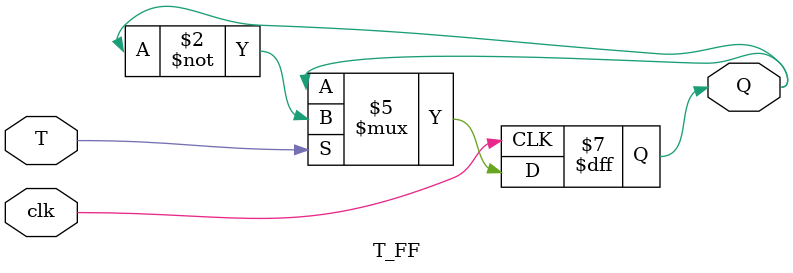
<source format=sv>
module T_FF(
    input T,
    input clk,
    output reg Q
);
  initial begin
        Q = 0;  
    end
    always @(posedge clk) begin
        if (T)
            Q <= ~Q;
        else
            Q <= Q;
    end
endmodule

</source>
